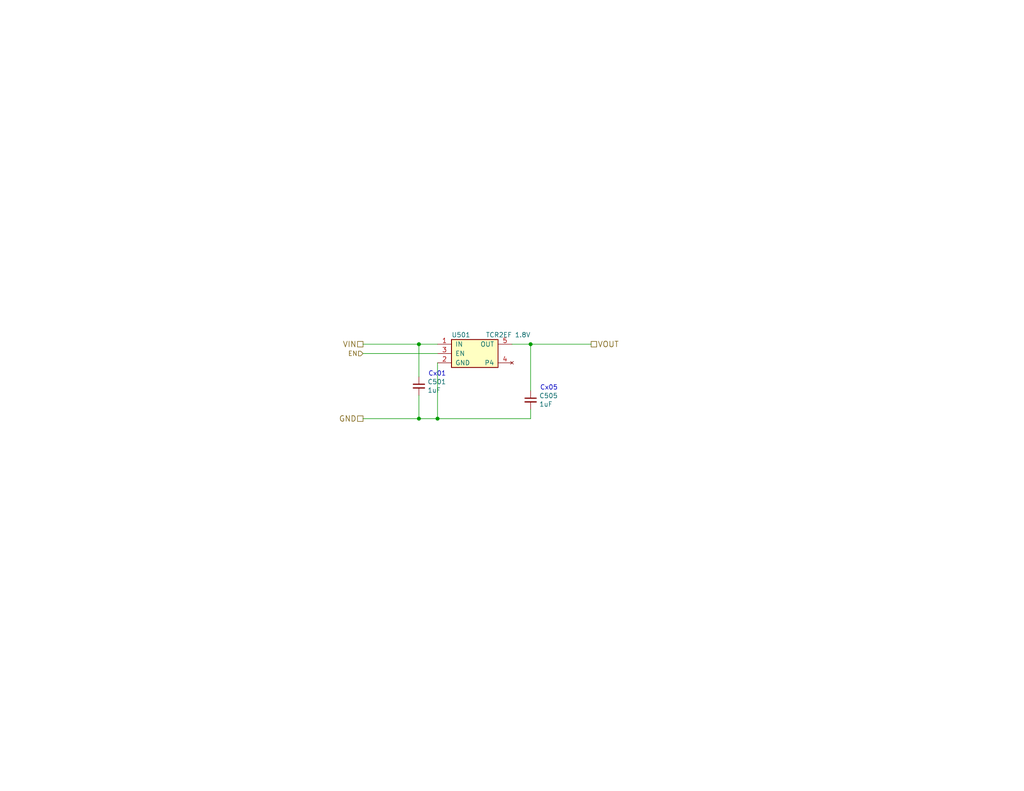
<source format=kicad_sch>
(kicad_sch (version 20211123) (generator eeschema)
  (paper "USLetter")
  (title_block (title "Rollercoasterometer") (date "2022-10-07") (company "Kwan Systems"))
  (lib_symbols
    (symbol "Device:C_Small" (pin_numbers hide) (pin_names (offset 0.254) hide)
      (property "Reference" "C" (at 0.254 1.778 0))
      (property "Value" "C_Small" (at 0.254 -2.032 0))
      (symbol "C_Small_0_1"
        (polyline (pts (xy -1.524 -0.508) (xy 1.524 -0.508)) (stroke (width 0.3302)))
        (polyline (pts (xy -1.524 0.508) (xy 1.524 0.508)) (stroke (width 0.3048)))
      )
      (symbol "C_Small_1_1"
        (pin passive line (at 0 2.54 270) (length 2.032) (name "~") (number "1"))
        (pin passive line (at 0 -2.54 90) (length 2.032) (name "~") (number "2"))
      )
    )
    (symbol "KwanSystems:ADP122" (pin_names (offset 1.016))
      (property "Reference" "U" (at -6.35 5.08 0))
      (property "Value" "ADP122" (at 15.24 5.08 0))
      (symbol "ADP122_0_1"
        (rectangle (start -6.35 3.81) (end 6.35 -3.81) (stroke (width 0.254)) (fill (type background)))
      )
      (symbol "ADP122_1_1"
        (pin power_in line (at -10.16 2.54 0) (length 3.81) (name "IN") (number "1"))
        (pin power_in line (at -10.16 -2.54 0) (length 3.81) (name "GND") (number "2"))
        (pin input line (at -10.16 0 0) (length 3.81) (name "EN") (number "3"))
        (pin no_connect line (at 10.16 -2.54 180) (length 3.81) (name "P4") (number "4"))
        (pin power_out line (at 10.16 2.54 180) (length 3.81) (name "OUT") (number "5"))
      )
    )
  )
  (junction (at 144.78 93.98))
  (junction (at 114.3 93.98))
  (junction (at 114.3 114.3))
  (junction (at 119.38 114.3))
  (wire (pts (xy 114.3 93.98) (xy 114.3 102.87)))
  (wire (pts (xy 99.06 114.3) (xy 114.3 114.3)))
  (wire (pts (xy 144.78 114.3) (xy 144.78 111.76)))
  (wire (pts (xy 119.38 99.06) (xy 119.38 114.3)))
  (wire (pts (xy 119.38 114.3) (xy 144.78 114.3)))
  (wire (pts (xy 114.3 93.98) (xy 119.38 93.98)))
  (wire (pts (xy 114.3 114.3) (xy 119.38 114.3)))
  (wire (pts (xy 99.06 93.98) (xy 114.3 93.98)))
  (wire (pts (xy 144.78 93.98) (xy 161.29 93.98)))
  (wire (pts (xy 99.06 96.52) (xy 119.38 96.52)))
  (wire (pts (xy 114.3 114.3) (xy 114.3 107.95)))
  (wire (pts (xy 144.78 93.98) (xy 139.7 93.98)))
  (wire (pts (xy 144.78 93.98) (xy 144.78 106.68)))
  (text "Cx01" (at 116.84 102.87 0) (effects (font (size 1.27 1.27)) (justify left bottom)))
  (text "Cx05" (at 147.32 106.68 0) (effects (font (size 1.27 1.27)) (justify left bottom)))
  (hierarchical_label "VOUT" (shape passive) (at 161.29 93.98 0) (effects (font (size 1.524 1.524))))
  (hierarchical_label "VIN" (shape passive) (at 99.06 93.98 180) (effects (font (size 1.524 1.524))))
  (hierarchical_label "GND" (shape passive) (at 99.06 114.3 180) (effects (font (size 1.524 1.524))))
  (hierarchical_label "EN" (shape input) (at 99.06 96.52 180))
  (symbol (lib_id "Device:C_Small") (at 114.3 105.41 0) (unit 1)
    (property "Reference" "C501" (at 116.6368 104.2416 0) (effects (justify left)))
    (property "Value" "1uF" (at 116.6368 106.553 0) (effects (justify left)))
    (property "Footprint" "Capacitor_SMD:C_0402_1005Metric" (effects hide))
    (property "Digikey" "399-C0402C105K9PAC7800CT-ND" (effects hide))
    (property "Purpose" "1.8V Regulator Input" (effects hide))
    (property "Mouser" "187-CL05A105KP5NNWC" (effects hide))
    (property "Number on hand" "14+10" (effects hide))
  )
  (symbol (lib_id "Device:C_Small") (at 144.78 109.22 0) (unit 1)
    (property "Reference" "C505" (at 147.1168 108.0516 0) (effects (justify left)))
    (property "Value" "1uF" (at 147.1168 110.363 0) (effects (justify left)))
    (property "Footprint" "Capacitor_SMD:C_0402_1005Metric" (effects hide))
    (property "Digikey" "399-C0402C105K9PAC7800CT-ND" (effects hide))
    (property "Purpose" "1.8V Regulator output" (effects hide))
    (property "Dielectric" "X5R" (effects hide))
    (property "Max Voltage" "6.3V" (effects hide))
    (property "Precision" "10%" (effects hide))
    (property "Mouser" "187-CL05A105KP5NNWC" (effects hide))
    (property "Number on hand" "14+10" (effects hide))
  )
  (symbol (lib_id "KwanSystems:ADP122") (at 129.54 96.52 0) (unit 1)
    (property "Reference" "U501" (at 123.19 91.44 0) (effects (justify left)))
    (property "Value" "TCR2EF 1.8V" (at 144.78 91.44 0) (effects (justify right)))
    (property "Footprint" "Package_TO_SOT_SMD:SOT-23-5" (effects hide))
    (property "Datasheet" "https://www.analog.com/media/en/technical-documentation/data-sheets/ADP122_123.pdf" (effects hide))
    (property "Digikey" "TCR2EF18LM(CTCT-ND" (effects hide))
    (property "Purpose" "Regulator 3.3V->1.8V" (effects hide))
    (property "Mouser" "MIC5317-1.8YD5-TR" (effects hide))
    (property "Number on hand" "5+3" (effects hide))
  )
)
</source>
